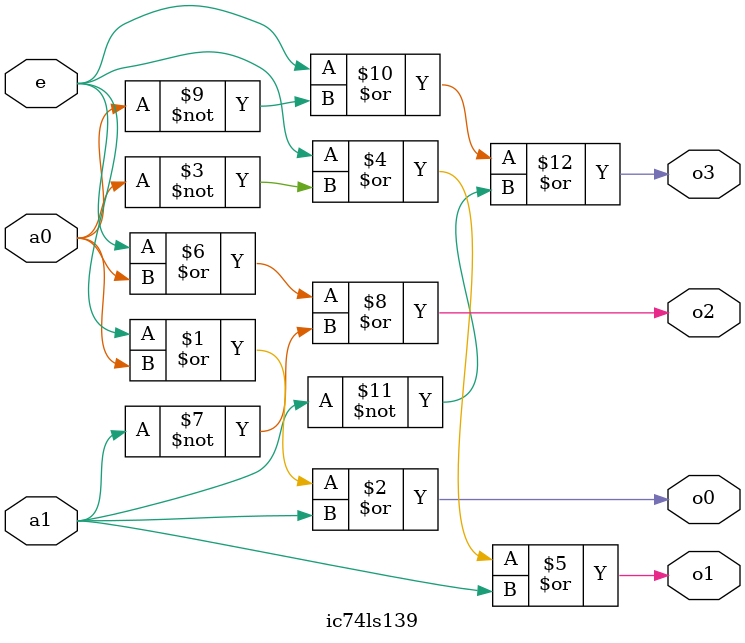
<source format=sv>
module ic74ls139 (
	input e, 
	input a0, 
	input a1, 
	
	output o0, 
	output o1, 
	output o2, 
	output o3
);

	assign o0 = e | a0   |  a1;
	assign o1 = e | ~a0  |  a1;
	assign o2 = e | a0   | ~a1;
	assign o3 = e | ~a0  |  ~a1;

endmodule

</source>
